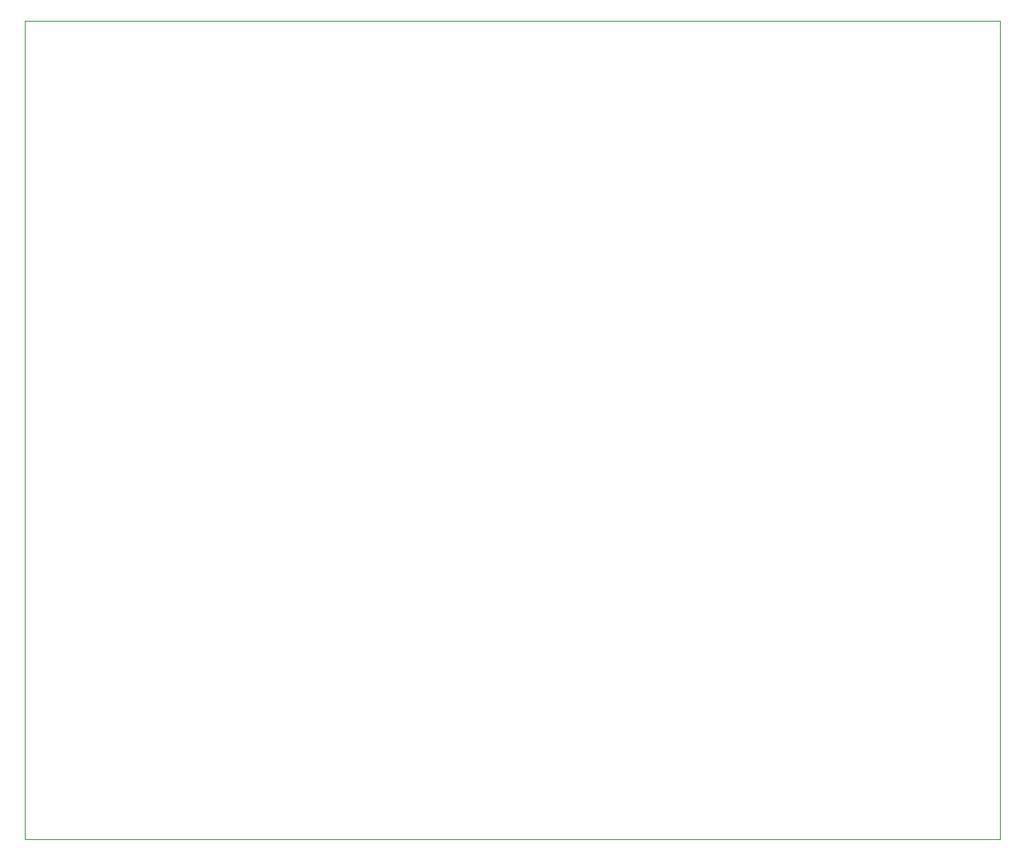
<source format=gbr>
%TF.GenerationSoftware,KiCad,Pcbnew,(6.0.0-0)*%
%TF.CreationDate,2023-01-03T08:47:46+01:00*%
%TF.ProjectId,epanel-energy-monitor,6570616e-656c-42d6-956e-657267792d6d,rev?*%
%TF.SameCoordinates,Original*%
%TF.FileFunction,Profile,NP*%
%FSLAX46Y46*%
G04 Gerber Fmt 4.6, Leading zero omitted, Abs format (unit mm)*
G04 Created by KiCad (PCBNEW (6.0.0-0)) date 2023-01-03 08:47:46*
%MOMM*%
%LPD*%
G01*
G04 APERTURE LIST*
%TA.AperFunction,Profile*%
%ADD10C,0.100000*%
%TD*%
G04 APERTURE END LIST*
D10*
X100965000Y-119958000D02*
X100965000Y-33458000D01*
X203965000Y-33458000D02*
X100965000Y-33458000D01*
X203965000Y-119958000D02*
X203965000Y-33458000D01*
X203965000Y-119958000D02*
X100965000Y-119958000D01*
M02*

</source>
